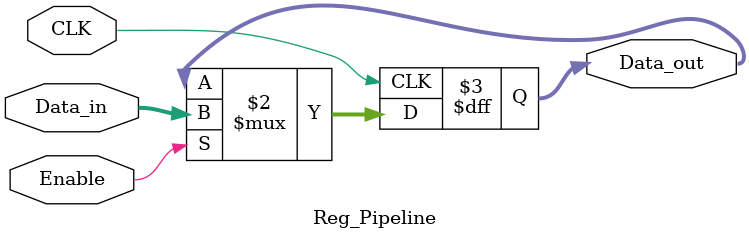
<source format=v>
module Reg_Pipeline (
    Data_out,Data_in,Enable,CLK
);
    input wire [31:0] Data_in;
    input wire Enable,CLK;
    output reg [31:0] Data_out;

    always @(posedge CLK) begin 
        Data_out <= Enable? Data_in: Data_out;
    end
    
endmodule
</source>
